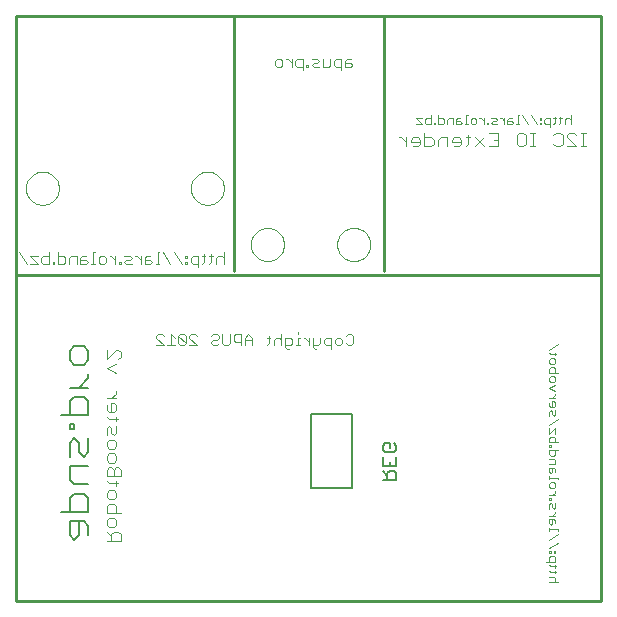
<source format=gbo>
G75*
G70*
%OFA0B0*%
%FSLAX24Y24*%
%IPPOS*%
%LPD*%
%AMOC8*
5,1,8,0,0,1.08239X$1,22.5*
%
%ADD10C,0.0000*%
%ADD11C,0.0080*%
%ADD12C,0.0030*%
%ADD13C,0.0040*%
%ADD14C,0.0100*%
%ADD15C,0.0060*%
%ADD16C,0.0050*%
D10*
X000750Y000138D02*
X000750Y010995D01*
X020252Y010995D01*
X020252Y000138D01*
X000750Y000138D01*
X000750Y000150D02*
X000750Y019650D01*
X020250Y019650D01*
X020250Y000150D01*
X000750Y000150D01*
X008574Y012025D02*
X008576Y012072D01*
X008582Y012118D01*
X008592Y012164D01*
X008605Y012209D01*
X008623Y012252D01*
X008644Y012294D01*
X008668Y012334D01*
X008696Y012371D01*
X008727Y012406D01*
X008761Y012439D01*
X008797Y012468D01*
X008836Y012494D01*
X008877Y012517D01*
X008920Y012536D01*
X008964Y012552D01*
X009009Y012564D01*
X009055Y012572D01*
X009102Y012576D01*
X009148Y012576D01*
X009195Y012572D01*
X009241Y012564D01*
X009286Y012552D01*
X009330Y012536D01*
X009373Y012517D01*
X009414Y012494D01*
X009453Y012468D01*
X009489Y012439D01*
X009523Y012406D01*
X009554Y012371D01*
X009582Y012334D01*
X009606Y012294D01*
X009627Y012252D01*
X009645Y012209D01*
X009658Y012164D01*
X009668Y012118D01*
X009674Y012072D01*
X009676Y012025D01*
X009674Y011978D01*
X009668Y011932D01*
X009658Y011886D01*
X009645Y011841D01*
X009627Y011798D01*
X009606Y011756D01*
X009582Y011716D01*
X009554Y011679D01*
X009523Y011644D01*
X009489Y011611D01*
X009453Y011582D01*
X009414Y011556D01*
X009373Y011533D01*
X009330Y011514D01*
X009286Y011498D01*
X009241Y011486D01*
X009195Y011478D01*
X009148Y011474D01*
X009102Y011474D01*
X009055Y011478D01*
X009009Y011486D01*
X008964Y011498D01*
X008920Y011514D01*
X008877Y011533D01*
X008836Y011556D01*
X008797Y011582D01*
X008761Y011611D01*
X008727Y011644D01*
X008696Y011679D01*
X008668Y011716D01*
X008644Y011756D01*
X008623Y011798D01*
X008605Y011841D01*
X008592Y011886D01*
X008582Y011932D01*
X008576Y011978D01*
X008574Y012025D01*
X006574Y013900D02*
X006576Y013947D01*
X006582Y013993D01*
X006592Y014039D01*
X006605Y014084D01*
X006623Y014127D01*
X006644Y014169D01*
X006668Y014209D01*
X006696Y014246D01*
X006727Y014281D01*
X006761Y014314D01*
X006797Y014343D01*
X006836Y014369D01*
X006877Y014392D01*
X006920Y014411D01*
X006964Y014427D01*
X007009Y014439D01*
X007055Y014447D01*
X007102Y014451D01*
X007148Y014451D01*
X007195Y014447D01*
X007241Y014439D01*
X007286Y014427D01*
X007330Y014411D01*
X007373Y014392D01*
X007414Y014369D01*
X007453Y014343D01*
X007489Y014314D01*
X007523Y014281D01*
X007554Y014246D01*
X007582Y014209D01*
X007606Y014169D01*
X007627Y014127D01*
X007645Y014084D01*
X007658Y014039D01*
X007668Y013993D01*
X007674Y013947D01*
X007676Y013900D01*
X007674Y013853D01*
X007668Y013807D01*
X007658Y013761D01*
X007645Y013716D01*
X007627Y013673D01*
X007606Y013631D01*
X007582Y013591D01*
X007554Y013554D01*
X007523Y013519D01*
X007489Y013486D01*
X007453Y013457D01*
X007414Y013431D01*
X007373Y013408D01*
X007330Y013389D01*
X007286Y013373D01*
X007241Y013361D01*
X007195Y013353D01*
X007148Y013349D01*
X007102Y013349D01*
X007055Y013353D01*
X007009Y013361D01*
X006964Y013373D01*
X006920Y013389D01*
X006877Y013408D01*
X006836Y013431D01*
X006797Y013457D01*
X006761Y013486D01*
X006727Y013519D01*
X006696Y013554D01*
X006668Y013591D01*
X006644Y013631D01*
X006623Y013673D01*
X006605Y013716D01*
X006592Y013761D01*
X006582Y013807D01*
X006576Y013853D01*
X006574Y013900D01*
X001074Y013900D02*
X001076Y013947D01*
X001082Y013993D01*
X001092Y014039D01*
X001105Y014084D01*
X001123Y014127D01*
X001144Y014169D01*
X001168Y014209D01*
X001196Y014246D01*
X001227Y014281D01*
X001261Y014314D01*
X001297Y014343D01*
X001336Y014369D01*
X001377Y014392D01*
X001420Y014411D01*
X001464Y014427D01*
X001509Y014439D01*
X001555Y014447D01*
X001602Y014451D01*
X001648Y014451D01*
X001695Y014447D01*
X001741Y014439D01*
X001786Y014427D01*
X001830Y014411D01*
X001873Y014392D01*
X001914Y014369D01*
X001953Y014343D01*
X001989Y014314D01*
X002023Y014281D01*
X002054Y014246D01*
X002082Y014209D01*
X002106Y014169D01*
X002127Y014127D01*
X002145Y014084D01*
X002158Y014039D01*
X002168Y013993D01*
X002174Y013947D01*
X002176Y013900D01*
X002174Y013853D01*
X002168Y013807D01*
X002158Y013761D01*
X002145Y013716D01*
X002127Y013673D01*
X002106Y013631D01*
X002082Y013591D01*
X002054Y013554D01*
X002023Y013519D01*
X001989Y013486D01*
X001953Y013457D01*
X001914Y013431D01*
X001873Y013408D01*
X001830Y013389D01*
X001786Y013373D01*
X001741Y013361D01*
X001695Y013353D01*
X001648Y013349D01*
X001602Y013349D01*
X001555Y013353D01*
X001509Y013361D01*
X001464Y013373D01*
X001420Y013389D01*
X001377Y013408D01*
X001336Y013431D01*
X001297Y013457D01*
X001261Y013486D01*
X001227Y013519D01*
X001196Y013554D01*
X001168Y013591D01*
X001144Y013631D01*
X001123Y013673D01*
X001105Y013716D01*
X001092Y013761D01*
X001082Y013807D01*
X001076Y013853D01*
X001074Y013900D01*
X011449Y012025D02*
X011451Y012072D01*
X011457Y012118D01*
X011467Y012164D01*
X011480Y012209D01*
X011498Y012252D01*
X011519Y012294D01*
X011543Y012334D01*
X011571Y012371D01*
X011602Y012406D01*
X011636Y012439D01*
X011672Y012468D01*
X011711Y012494D01*
X011752Y012517D01*
X011795Y012536D01*
X011839Y012552D01*
X011884Y012564D01*
X011930Y012572D01*
X011977Y012576D01*
X012023Y012576D01*
X012070Y012572D01*
X012116Y012564D01*
X012161Y012552D01*
X012205Y012536D01*
X012248Y012517D01*
X012289Y012494D01*
X012328Y012468D01*
X012364Y012439D01*
X012398Y012406D01*
X012429Y012371D01*
X012457Y012334D01*
X012481Y012294D01*
X012502Y012252D01*
X012520Y012209D01*
X012533Y012164D01*
X012543Y012118D01*
X012549Y012072D01*
X012551Y012025D01*
X012549Y011978D01*
X012543Y011932D01*
X012533Y011886D01*
X012520Y011841D01*
X012502Y011798D01*
X012481Y011756D01*
X012457Y011716D01*
X012429Y011679D01*
X012398Y011644D01*
X012364Y011611D01*
X012328Y011582D01*
X012289Y011556D01*
X012248Y011533D01*
X012205Y011514D01*
X012161Y011498D01*
X012116Y011486D01*
X012070Y011478D01*
X012023Y011474D01*
X011977Y011474D01*
X011930Y011478D01*
X011884Y011486D01*
X011839Y011498D01*
X011795Y011514D01*
X011752Y011533D01*
X011711Y011556D01*
X011672Y011582D01*
X011636Y011611D01*
X011602Y011644D01*
X011571Y011679D01*
X011543Y011716D01*
X011519Y011756D01*
X011498Y011798D01*
X011480Y011841D01*
X011467Y011886D01*
X011457Y011932D01*
X011451Y011978D01*
X011449Y012025D01*
D11*
X003154Y008482D02*
X003154Y008175D01*
X003000Y008022D01*
X002693Y008022D01*
X002540Y008175D01*
X002540Y008482D01*
X002693Y008636D01*
X003000Y008636D01*
X003154Y008482D01*
X003154Y007715D02*
X003154Y007561D01*
X002847Y007254D01*
X002540Y007254D02*
X003154Y007254D01*
X003000Y006947D02*
X002693Y006947D01*
X002540Y006794D01*
X002540Y006334D01*
X002233Y006334D02*
X003154Y006334D01*
X003154Y006794D01*
X003000Y006947D01*
X002693Y006027D02*
X002540Y006027D01*
X002540Y005873D01*
X002693Y005873D01*
X002693Y006027D01*
X002693Y005566D02*
X002847Y005413D01*
X002847Y005106D01*
X003000Y004952D01*
X003154Y005106D01*
X003154Y005566D01*
X002693Y005566D02*
X002540Y005413D01*
X002540Y004952D01*
X002540Y004645D02*
X003154Y004645D01*
X003154Y004032D02*
X002693Y004032D01*
X002540Y004185D01*
X002540Y004645D01*
X002693Y003725D02*
X002540Y003571D01*
X002540Y003111D01*
X002233Y003111D02*
X003154Y003111D01*
X003154Y003571D01*
X003000Y003725D01*
X002693Y003725D01*
X002540Y002804D02*
X002540Y002343D01*
X002693Y002190D01*
X002847Y002343D01*
X002847Y002804D01*
X003000Y002804D02*
X002540Y002804D01*
X003000Y002804D02*
X003154Y002650D01*
X003154Y002343D01*
D12*
X005415Y008665D02*
X005662Y008665D01*
X005415Y008912D01*
X005415Y008974D01*
X005477Y009035D01*
X005601Y009035D01*
X005662Y008974D01*
X005907Y009035D02*
X005907Y008665D01*
X005784Y008665D02*
X006031Y008665D01*
X006152Y008727D02*
X006152Y008974D01*
X006399Y008727D01*
X006337Y008665D01*
X006214Y008665D01*
X006152Y008727D01*
X006031Y008912D02*
X005907Y009035D01*
X006152Y008974D02*
X006214Y009035D01*
X006337Y009035D01*
X006399Y008974D01*
X006399Y008727D01*
X006520Y008665D02*
X006767Y008665D01*
X006520Y008912D01*
X006520Y008974D01*
X006582Y009035D01*
X006705Y009035D01*
X006767Y008974D01*
X007257Y008974D02*
X007319Y009035D01*
X007442Y009035D01*
X007504Y008974D01*
X007504Y008912D01*
X007442Y008850D01*
X007319Y008850D01*
X007257Y008788D01*
X007257Y008727D01*
X007319Y008665D01*
X007442Y008665D01*
X007504Y008727D01*
X007625Y008727D02*
X007625Y009035D01*
X007872Y009035D02*
X007872Y008727D01*
X007810Y008665D01*
X007687Y008665D01*
X007625Y008727D01*
X007994Y008850D02*
X008055Y008788D01*
X008240Y008788D01*
X008240Y008665D02*
X008240Y009035D01*
X008055Y009035D01*
X007994Y008974D01*
X007994Y008850D01*
X008362Y008850D02*
X008609Y008850D01*
X008609Y008912D02*
X008609Y008665D01*
X008609Y008912D02*
X008485Y009035D01*
X008362Y008912D01*
X008362Y008665D01*
X009099Y008665D02*
X009161Y008727D01*
X009161Y008974D01*
X009223Y008912D02*
X009099Y008912D01*
X009344Y008850D02*
X009344Y008665D01*
X009344Y008850D02*
X009406Y008912D01*
X009529Y008912D01*
X009591Y008850D01*
X009712Y008912D02*
X009712Y008603D01*
X009774Y008542D01*
X009836Y008542D01*
X009898Y008665D02*
X009712Y008665D01*
X009591Y008665D02*
X009591Y009035D01*
X009712Y008912D02*
X009898Y008912D01*
X009959Y008850D01*
X009959Y008727D01*
X009898Y008665D01*
X010081Y008665D02*
X010205Y008665D01*
X010143Y008665D02*
X010143Y008912D01*
X010205Y008912D01*
X010327Y008912D02*
X010388Y008912D01*
X010512Y008788D01*
X010512Y008665D02*
X010512Y008912D01*
X010633Y008912D02*
X010633Y008603D01*
X010695Y008542D01*
X010757Y008542D01*
X010818Y008665D02*
X010633Y008665D01*
X010818Y008665D02*
X010880Y008727D01*
X010880Y008912D01*
X011001Y008850D02*
X011001Y008727D01*
X011063Y008665D01*
X011248Y008665D01*
X011248Y008542D02*
X011248Y008912D01*
X011063Y008912D01*
X011001Y008850D01*
X011370Y008850D02*
X011432Y008912D01*
X011555Y008912D01*
X011617Y008850D01*
X011617Y008727D01*
X011555Y008665D01*
X011432Y008665D01*
X011370Y008727D01*
X011370Y008850D01*
X011738Y008727D02*
X011800Y008665D01*
X011923Y008665D01*
X011985Y008727D01*
X011985Y008974D01*
X011923Y009035D01*
X011800Y009035D01*
X011738Y008974D01*
X010143Y009035D02*
X010143Y009097D01*
X007672Y011390D02*
X007672Y011760D01*
X007610Y011637D02*
X007486Y011637D01*
X007425Y011575D01*
X007425Y011390D01*
X007242Y011452D02*
X007180Y011390D01*
X007242Y011452D02*
X007242Y011699D01*
X007303Y011637D02*
X007180Y011637D01*
X007058Y011637D02*
X006934Y011637D01*
X006996Y011699D02*
X006996Y011452D01*
X006934Y011390D01*
X006812Y011390D02*
X006627Y011390D01*
X006565Y011452D01*
X006565Y011575D01*
X006627Y011637D01*
X006812Y011637D01*
X006812Y011267D01*
X006444Y011390D02*
X006444Y011452D01*
X006382Y011452D01*
X006382Y011390D01*
X006444Y011390D01*
X006260Y011390D02*
X006013Y011760D01*
X005645Y011760D02*
X005891Y011390D01*
X005523Y011390D02*
X005400Y011390D01*
X005461Y011390D02*
X005461Y011760D01*
X005523Y011760D01*
X005216Y011637D02*
X005092Y011637D01*
X005031Y011575D01*
X005031Y011390D01*
X005216Y011390D01*
X005278Y011452D01*
X005216Y011513D01*
X005031Y011513D01*
X004909Y011513D02*
X004786Y011637D01*
X004724Y011637D01*
X004602Y011575D02*
X004541Y011637D01*
X004355Y011637D01*
X004417Y011513D02*
X004541Y011513D01*
X004602Y011575D01*
X004602Y011390D02*
X004417Y011390D01*
X004355Y011452D01*
X004417Y011513D01*
X004234Y011452D02*
X004172Y011452D01*
X004172Y011390D01*
X004234Y011390D01*
X004234Y011452D01*
X004050Y011513D02*
X003926Y011637D01*
X003865Y011637D01*
X003743Y011575D02*
X003743Y011452D01*
X003681Y011390D01*
X003558Y011390D01*
X003496Y011452D01*
X003496Y011575D01*
X003558Y011637D01*
X003681Y011637D01*
X003743Y011575D01*
X004050Y011637D02*
X004050Y011390D01*
X003375Y011390D02*
X003251Y011390D01*
X003313Y011390D02*
X003313Y011760D01*
X003375Y011760D01*
X003067Y011637D02*
X002944Y011637D01*
X002882Y011575D01*
X002882Y011390D01*
X003067Y011390D01*
X003129Y011452D01*
X003067Y011513D01*
X002882Y011513D01*
X002761Y011390D02*
X002761Y011637D01*
X002576Y011637D01*
X002514Y011575D01*
X002514Y011390D01*
X002392Y011452D02*
X002392Y011575D01*
X002331Y011637D01*
X002146Y011637D01*
X002146Y011760D02*
X002146Y011390D01*
X002331Y011390D01*
X002392Y011452D01*
X002024Y011452D02*
X001962Y011452D01*
X001962Y011390D01*
X002024Y011390D01*
X002024Y011452D01*
X001840Y011390D02*
X001655Y011390D01*
X001593Y011452D01*
X001593Y011575D01*
X001655Y011637D01*
X001840Y011637D01*
X001840Y011760D02*
X001840Y011390D01*
X001472Y011390D02*
X001225Y011390D01*
X001103Y011390D02*
X000856Y011760D01*
X001225Y011637D02*
X001472Y011390D01*
X001472Y011637D02*
X001225Y011637D01*
X004909Y011637D02*
X004909Y011390D01*
X006382Y011575D02*
X006444Y011575D01*
X006444Y011637D01*
X006382Y011637D01*
X006382Y011575D01*
X007610Y011637D02*
X007672Y011575D01*
X010301Y017829D02*
X010301Y018199D01*
X010116Y018199D01*
X010054Y018137D01*
X010054Y018014D01*
X010116Y017952D01*
X010301Y017952D01*
X010424Y017952D02*
X010485Y017952D01*
X010485Y018014D01*
X010424Y018014D01*
X010424Y017952D01*
X010607Y018014D02*
X010669Y018075D01*
X010792Y018075D01*
X010854Y018137D01*
X010792Y018199D01*
X010607Y018199D01*
X010607Y018014D02*
X010669Y017952D01*
X010854Y017952D01*
X010975Y017952D02*
X010975Y018199D01*
X011222Y018199D02*
X011222Y018014D01*
X011160Y017952D01*
X010975Y017952D01*
X011343Y018014D02*
X011405Y017952D01*
X011590Y017952D01*
X011712Y017952D02*
X011712Y018137D01*
X011773Y018199D01*
X011897Y018199D01*
X011897Y018075D02*
X011712Y018075D01*
X011712Y017952D02*
X011897Y017952D01*
X011959Y018014D01*
X011897Y018075D01*
X011590Y018199D02*
X011590Y017829D01*
X011343Y018014D02*
X011343Y018137D01*
X011405Y018199D01*
X011590Y018199D01*
X009933Y018199D02*
X009933Y017952D01*
X009933Y018075D02*
X009809Y018199D01*
X009748Y018199D01*
X009626Y018137D02*
X009626Y018014D01*
X009564Y017952D01*
X009441Y017952D01*
X009379Y018014D01*
X009379Y018137D01*
X009441Y018199D01*
X009564Y018199D01*
X009626Y018137D01*
X014082Y016233D02*
X014275Y016040D01*
X014082Y016040D01*
X014082Y016233D02*
X014275Y016233D01*
X014376Y016185D02*
X014376Y016088D01*
X014425Y016040D01*
X014570Y016040D01*
X014570Y016330D01*
X014570Y016233D02*
X014425Y016233D01*
X014376Y016185D01*
X014669Y016088D02*
X014669Y016040D01*
X014717Y016040D01*
X014717Y016088D01*
X014669Y016088D01*
X014818Y016040D02*
X014963Y016040D01*
X015012Y016088D01*
X015012Y016185D01*
X014963Y016233D01*
X014818Y016233D01*
X014818Y016330D02*
X014818Y016040D01*
X015113Y016040D02*
X015113Y016185D01*
X015161Y016233D01*
X015306Y016233D01*
X015306Y016040D01*
X015407Y016040D02*
X015407Y016185D01*
X015456Y016233D01*
X015553Y016233D01*
X015553Y016137D02*
X015407Y016137D01*
X015407Y016040D02*
X015553Y016040D01*
X015601Y016088D01*
X015553Y016137D01*
X015701Y016040D02*
X015797Y016040D01*
X015749Y016040D02*
X015749Y016330D01*
X015797Y016330D01*
X015899Y016185D02*
X015947Y016233D01*
X016044Y016233D01*
X016092Y016185D01*
X016092Y016088D01*
X016044Y016040D01*
X015947Y016040D01*
X015899Y016088D01*
X015899Y016185D01*
X016192Y016233D02*
X016241Y016233D01*
X016338Y016137D01*
X016338Y016233D02*
X016338Y016040D01*
X016437Y016040D02*
X016485Y016040D01*
X016485Y016088D01*
X016437Y016088D01*
X016437Y016040D01*
X016586Y016088D02*
X016634Y016137D01*
X016731Y016137D01*
X016780Y016185D01*
X016731Y016233D01*
X016586Y016233D01*
X016586Y016088D02*
X016634Y016040D01*
X016780Y016040D01*
X016880Y016233D02*
X016928Y016233D01*
X017025Y016137D01*
X017025Y016233D02*
X017025Y016040D01*
X017126Y016040D02*
X017271Y016040D01*
X017320Y016088D01*
X017271Y016137D01*
X017126Y016137D01*
X017126Y016185D02*
X017126Y016040D01*
X017126Y016185D02*
X017175Y016233D01*
X017271Y016233D01*
X017468Y016330D02*
X017468Y016040D01*
X017516Y016040D02*
X017419Y016040D01*
X017468Y016330D02*
X017516Y016330D01*
X017617Y016330D02*
X017811Y016040D01*
X018106Y016040D02*
X017912Y016330D01*
X018204Y016233D02*
X018204Y016185D01*
X018253Y016185D01*
X018253Y016233D01*
X018204Y016233D01*
X018204Y016088D02*
X018204Y016040D01*
X018253Y016040D01*
X018253Y016088D01*
X018204Y016088D01*
X018354Y016088D02*
X018402Y016040D01*
X018547Y016040D01*
X018547Y015943D02*
X018547Y016233D01*
X018402Y016233D01*
X018354Y016185D01*
X018354Y016088D01*
X018647Y016040D02*
X018696Y016088D01*
X018696Y016282D01*
X018744Y016233D02*
X018647Y016233D01*
X018844Y016233D02*
X018940Y016233D01*
X018892Y016282D02*
X018892Y016088D01*
X018844Y016040D01*
X019042Y016040D02*
X019042Y016185D01*
X019090Y016233D01*
X019187Y016233D01*
X019235Y016185D01*
X019235Y016330D02*
X019235Y016040D01*
X018805Y008718D02*
X018515Y008524D01*
X018515Y008424D02*
X018563Y008376D01*
X018757Y008376D01*
X018708Y008328D02*
X018708Y008424D01*
X018660Y008227D02*
X018563Y008227D01*
X018515Y008178D01*
X018515Y008081D01*
X018563Y008033D01*
X018660Y008033D01*
X018708Y008081D01*
X018708Y008178D01*
X018660Y008227D01*
X018660Y007932D02*
X018563Y007932D01*
X018515Y007884D01*
X018515Y007738D01*
X018805Y007738D01*
X018708Y007738D02*
X018708Y007884D01*
X018660Y007932D01*
X018660Y007637D02*
X018563Y007637D01*
X018515Y007589D01*
X018515Y007492D01*
X018563Y007444D01*
X018660Y007444D01*
X018708Y007492D01*
X018708Y007589D01*
X018660Y007637D01*
X018708Y007343D02*
X018515Y007246D01*
X018708Y007149D01*
X018708Y007049D02*
X018708Y007000D01*
X018612Y006904D01*
X018708Y006904D02*
X018515Y006904D01*
X018612Y006802D02*
X018612Y006609D01*
X018660Y006609D02*
X018708Y006657D01*
X018708Y006754D01*
X018660Y006802D01*
X018612Y006802D01*
X018515Y006754D02*
X018515Y006657D01*
X018563Y006609D01*
X018660Y006609D01*
X018708Y006508D02*
X018708Y006363D01*
X018660Y006314D01*
X018612Y006363D01*
X018612Y006459D01*
X018563Y006508D01*
X018515Y006459D01*
X018515Y006314D01*
X018515Y006020D02*
X018805Y006213D01*
X018708Y005918D02*
X018515Y005725D01*
X018515Y005918D01*
X018708Y005918D02*
X018708Y005725D01*
X018660Y005624D02*
X018563Y005624D01*
X018515Y005575D01*
X018515Y005430D01*
X018805Y005430D01*
X018708Y005430D02*
X018708Y005575D01*
X018660Y005624D01*
X018563Y005331D02*
X018515Y005331D01*
X018515Y005283D01*
X018563Y005283D01*
X018563Y005331D01*
X018515Y005182D02*
X018515Y005037D01*
X018563Y004988D01*
X018660Y004988D01*
X018708Y005037D01*
X018708Y005182D01*
X018805Y005182D02*
X018515Y005182D01*
X018515Y004887D02*
X018660Y004887D01*
X018708Y004839D01*
X018708Y004694D01*
X018515Y004694D01*
X018515Y004593D02*
X018515Y004447D01*
X018563Y004399D01*
X018612Y004447D01*
X018612Y004593D01*
X018660Y004593D02*
X018515Y004593D01*
X018660Y004593D02*
X018708Y004544D01*
X018708Y004447D01*
X018805Y004251D02*
X018515Y004251D01*
X018515Y004203D02*
X018515Y004299D01*
X018563Y004101D02*
X018660Y004101D01*
X018708Y004053D01*
X018708Y003956D01*
X018660Y003908D01*
X018563Y003908D01*
X018515Y003956D01*
X018515Y004053D01*
X018563Y004101D01*
X018805Y004203D02*
X018805Y004251D01*
X018708Y003808D02*
X018708Y003759D01*
X018612Y003662D01*
X018708Y003662D02*
X018515Y003662D01*
X018515Y003563D02*
X018515Y003515D01*
X018563Y003515D01*
X018563Y003563D01*
X018515Y003563D01*
X018563Y003414D02*
X018612Y003366D01*
X018612Y003269D01*
X018660Y003220D01*
X018708Y003269D01*
X018708Y003414D01*
X018563Y003414D02*
X018515Y003366D01*
X018515Y003220D01*
X018708Y003120D02*
X018708Y003072D01*
X018612Y002975D01*
X018708Y002975D02*
X018515Y002975D01*
X018515Y002874D02*
X018515Y002729D01*
X018563Y002680D01*
X018612Y002729D01*
X018612Y002874D01*
X018660Y002874D02*
X018515Y002874D01*
X018660Y002874D02*
X018708Y002825D01*
X018708Y002729D01*
X018805Y002532D02*
X018515Y002532D01*
X018515Y002484D02*
X018515Y002581D01*
X018805Y002532D02*
X018805Y002484D01*
X018805Y002383D02*
X018515Y002189D01*
X018515Y001894D02*
X018805Y002088D01*
X018708Y001796D02*
X018660Y001796D01*
X018660Y001747D01*
X018708Y001747D01*
X018708Y001796D01*
X018563Y001796D02*
X018515Y001796D01*
X018515Y001747D01*
X018563Y001747D01*
X018563Y001796D01*
X018563Y001646D02*
X018515Y001598D01*
X018515Y001453D01*
X018418Y001453D02*
X018708Y001453D01*
X018708Y001598D01*
X018660Y001646D01*
X018563Y001646D01*
X018515Y001353D02*
X018563Y001304D01*
X018757Y001304D01*
X018708Y001256D02*
X018708Y001353D01*
X018708Y001156D02*
X018708Y001060D01*
X018757Y001108D02*
X018563Y001108D01*
X018515Y001156D01*
X018515Y000958D02*
X018660Y000958D01*
X018708Y000910D01*
X018708Y000813D01*
X018660Y000765D01*
X018805Y000765D02*
X018515Y000765D01*
D13*
X004230Y002148D02*
X004230Y002378D01*
X004154Y002455D01*
X004000Y002455D01*
X003923Y002378D01*
X003923Y002148D01*
X003770Y002148D02*
X004230Y002148D01*
X003923Y002301D02*
X003770Y002455D01*
X003847Y002608D02*
X003770Y002685D01*
X003770Y002838D01*
X003847Y002915D01*
X004000Y002915D01*
X004077Y002838D01*
X004077Y002685D01*
X004000Y002608D01*
X003847Y002608D01*
X003770Y003069D02*
X003770Y003299D01*
X003847Y003375D01*
X004000Y003375D01*
X004077Y003299D01*
X004077Y003069D01*
X004230Y003069D02*
X003770Y003069D01*
X003847Y003529D02*
X003770Y003606D01*
X003770Y003759D01*
X003847Y003836D01*
X004000Y003836D01*
X004077Y003759D01*
X004077Y003606D01*
X004000Y003529D01*
X003847Y003529D01*
X004077Y003989D02*
X004077Y004143D01*
X004154Y004066D02*
X003847Y004066D01*
X003770Y004143D01*
X003770Y004296D02*
X003770Y004526D01*
X003847Y004603D01*
X003923Y004603D01*
X004000Y004526D01*
X004000Y004296D01*
X003770Y004296D02*
X004230Y004296D01*
X004230Y004526D01*
X004154Y004603D01*
X004077Y004603D01*
X004000Y004526D01*
X004000Y004757D02*
X003847Y004757D01*
X003770Y004833D01*
X003770Y004987D01*
X003847Y005064D01*
X004000Y005064D01*
X004077Y004987D01*
X004077Y004833D01*
X004000Y004757D01*
X004000Y005217D02*
X003847Y005217D01*
X003770Y005294D01*
X003770Y005447D01*
X003847Y005524D01*
X004000Y005524D01*
X004077Y005447D01*
X004077Y005294D01*
X004000Y005217D01*
X004000Y005677D02*
X004077Y005754D01*
X004077Y005984D01*
X004077Y006138D02*
X004077Y006291D01*
X004154Y006215D02*
X003847Y006215D01*
X003770Y006291D01*
X003847Y006445D02*
X004000Y006445D01*
X004077Y006521D01*
X004077Y006675D01*
X004000Y006752D01*
X003923Y006752D01*
X003923Y006445D01*
X003847Y006445D02*
X003770Y006521D01*
X003770Y006675D01*
X003770Y006905D02*
X004077Y006905D01*
X003923Y006905D02*
X004077Y007059D01*
X004077Y007135D01*
X004077Y007749D02*
X003770Y007903D01*
X004077Y008056D01*
X004154Y008210D02*
X004230Y008286D01*
X004230Y008440D01*
X004154Y008517D01*
X004077Y008517D01*
X003770Y008210D01*
X003770Y008517D01*
X003847Y005984D02*
X003923Y005908D01*
X003923Y005754D01*
X004000Y005677D01*
X003770Y005677D02*
X003770Y005908D01*
X003847Y005984D01*
X013515Y015602D02*
X013591Y015602D01*
X013745Y015448D01*
X013745Y015295D02*
X013745Y015602D01*
X013898Y015525D02*
X013898Y015448D01*
X014205Y015448D01*
X014205Y015372D02*
X014205Y015525D01*
X014129Y015602D01*
X013975Y015602D01*
X013898Y015525D01*
X014129Y015295D02*
X014205Y015372D01*
X014129Y015295D02*
X013975Y015295D01*
X014359Y015295D02*
X014589Y015295D01*
X014666Y015372D01*
X014666Y015525D01*
X014589Y015602D01*
X014359Y015602D01*
X014359Y015755D02*
X014359Y015295D01*
X014819Y015295D02*
X014819Y015525D01*
X014896Y015602D01*
X015126Y015602D01*
X015126Y015295D01*
X015280Y015448D02*
X015586Y015448D01*
X015586Y015372D02*
X015586Y015525D01*
X015510Y015602D01*
X015356Y015602D01*
X015280Y015525D01*
X015280Y015448D01*
X015356Y015295D02*
X015510Y015295D01*
X015586Y015372D01*
X015740Y015295D02*
X015817Y015372D01*
X015817Y015679D01*
X015893Y015602D02*
X015740Y015602D01*
X016047Y015602D02*
X016354Y015295D01*
X016507Y015295D02*
X016814Y015295D01*
X016814Y015755D01*
X016507Y015755D01*
X016354Y015602D02*
X016047Y015295D01*
X016661Y015525D02*
X016814Y015525D01*
X017428Y015372D02*
X017505Y015295D01*
X017658Y015295D01*
X017735Y015372D01*
X017735Y015679D01*
X017658Y015755D01*
X017505Y015755D01*
X017428Y015679D01*
X017428Y015372D01*
X017888Y015295D02*
X018042Y015295D01*
X017965Y015295D02*
X017965Y015755D01*
X018042Y015755D02*
X017888Y015755D01*
X018656Y015679D02*
X018732Y015755D01*
X018886Y015755D01*
X018963Y015679D01*
X018963Y015372D01*
X018886Y015295D01*
X018732Y015295D01*
X018656Y015372D01*
X019116Y015295D02*
X019423Y015295D01*
X019116Y015602D01*
X019116Y015679D01*
X019193Y015755D01*
X019346Y015755D01*
X019423Y015679D01*
X019577Y015755D02*
X019730Y015755D01*
X019653Y015755D02*
X019653Y015295D01*
X019577Y015295D02*
X019730Y015295D01*
D14*
X020250Y011025D02*
X020250Y000150D01*
X000750Y000150D01*
X000750Y011025D01*
X000750Y019650D01*
X013000Y019650D01*
X013000Y011150D01*
X008000Y011150D02*
X008000Y019650D01*
X013000Y019650D02*
X020250Y019650D01*
X020250Y011025D01*
X000750Y011025D01*
D15*
X010569Y006380D02*
X010569Y003920D01*
X011931Y003920D01*
X011931Y006380D01*
X010569Y006380D01*
D16*
X012975Y005321D02*
X012975Y005171D01*
X013050Y005096D01*
X013350Y005096D01*
X013425Y005171D01*
X013425Y005321D01*
X013350Y005396D01*
X013200Y005396D02*
X013200Y005246D01*
X013200Y005396D02*
X013050Y005396D01*
X012975Y005321D01*
X012975Y004936D02*
X012975Y004635D01*
X013425Y004635D01*
X013425Y004936D01*
X013200Y004786D02*
X013200Y004635D01*
X013200Y004475D02*
X013125Y004400D01*
X013125Y004175D01*
X012975Y004175D02*
X013425Y004175D01*
X013425Y004400D01*
X013350Y004475D01*
X013200Y004475D01*
X013125Y004325D02*
X012975Y004475D01*
M02*

</source>
